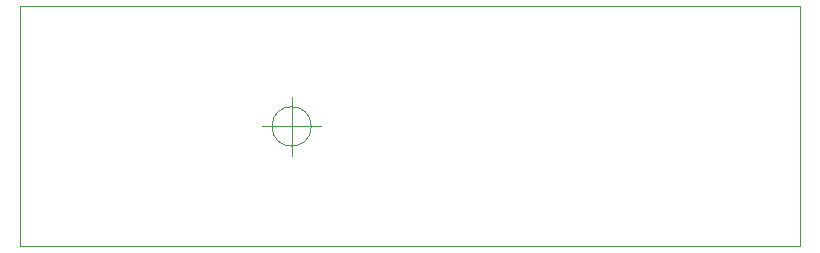
<source format=gbr>
%TF.GenerationSoftware,KiCad,Pcbnew,6.0.2-378541a8eb~116~ubuntu20.04.1*%
%TF.CreationDate,2022-03-08T10:00:38+01:00*%
%TF.ProjectId,contact-sensor,636f6e74-6163-4742-9d73-656e736f722e,0.1.1*%
%TF.SameCoordinates,Original*%
%TF.FileFunction,Profile,NP*%
%FSLAX46Y46*%
G04 Gerber Fmt 4.6, Leading zero omitted, Abs format (unit mm)*
G04 Created by KiCad (PCBNEW 6.0.2-378541a8eb~116~ubuntu20.04.1) date 2022-03-08 10:00:38*
%MOMM*%
%LPD*%
G01*
G04 APERTURE LIST*
%TA.AperFunction,Profile*%
%ADD10C,0.100000*%
%TD*%
G04 APERTURE END LIST*
D10*
X39930000Y-84110000D02*
X105970000Y-84110000D01*
X105970000Y-84110000D02*
X105970000Y-104430000D01*
X105970000Y-104430000D02*
X39930000Y-104430000D01*
X39930000Y-104430000D02*
X39930000Y-84110000D01*
X64583666Y-94270000D02*
G75*
G03*
X64583666Y-94270000I-1666666J0D01*
G01*
X60417000Y-94270000D02*
X65417000Y-94270000D01*
X62917000Y-91770000D02*
X62917000Y-96770000D01*
M02*

</source>
